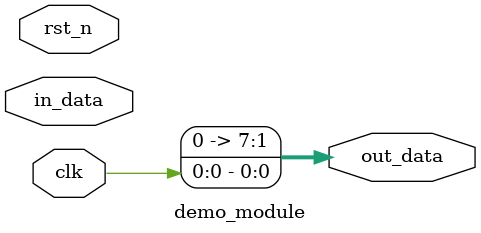
<source format=sv>
module demo_module (
    input logic clk,
    input logic rst_n,
    input logic [7:0] in_data,
    output logic [7:0] out_data
);

  assign out_data = clk;

endmodule

</source>
